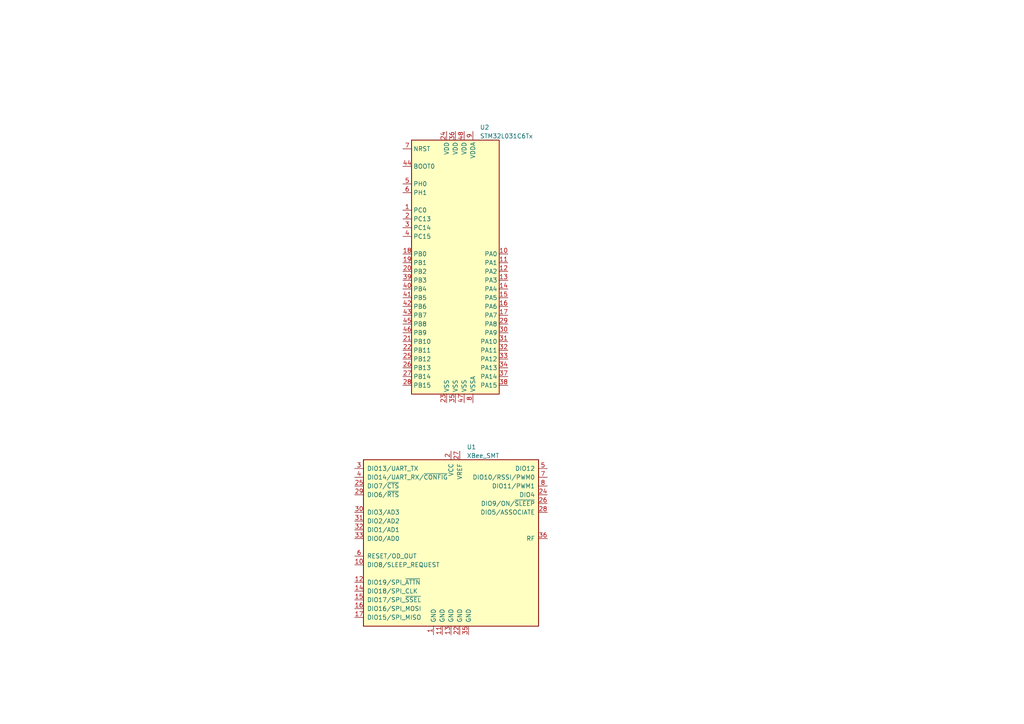
<source format=kicad_sch>
(kicad_sch (version 20211123) (generator eeschema)
  (paper "A4")
  (title_block (title "CPU") (date "2022-06-08") (rev "1.0") (company "INSA - GEI"))
  (lib_symbols
    (symbol "MCU_ST_STM32L0:STM32L031C6Tx"
      (property "Reference" "U" (at -12.7 36.83 0))
      (property "Value" "STM32L031C6Tx" (at 7.62 36.83 0))
      (symbol "STM32L031C6Tx_0_1"
        (rectangle (start -12.7 -38.1) (end 12.7 35.56) (stroke (width 0.254)) (fill (type background)))
      )
      (symbol "STM32L031C6Tx_1_1"
        (pin bidirectional line (at -15.24 15.24 0) (length 2.54) (name "PC0") (number "1"))
        (pin bidirectional line (at 15.24 2.54 180) (length 2.54) (name "PA0") (number "10"))
        (pin bidirectional line (at 15.24 0 180) (length 2.54) (name "PA1") (number "11"))
        (pin bidirectional line (at 15.24 -2.54 180) (length 2.54) (name "PA2") (number "12"))
        (pin bidirectional line (at 15.24 -5.08 180) (length 2.54) (name "PA3") (number "13"))
        (pin bidirectional line (at 15.24 -7.62 180) (length 2.54) (name "PA4") (number "14"))
        (pin bidirectional line (at 15.24 -10.16 180) (length 2.54) (name "PA5") (number "15"))
        (pin bidirectional line (at 15.24 -12.7 180) (length 2.54) (name "PA6") (number "16"))
        (pin bidirectional line (at 15.24 -15.24 180) (length 2.54) (name "PA7") (number "17"))
        (pin bidirectional line (at -15.24 2.54 0) (length 2.54) (name "PB0") (number "18"))
        (pin bidirectional line (at -15.24 0 0) (length 2.54) (name "PB1") (number "19"))
        (pin bidirectional line (at -15.24 12.7 0) (length 2.54) (name "PC13") (number "2"))
        (pin bidirectional line (at -15.24 -2.54 0) (length 2.54) (name "PB2") (number "20"))
        (pin bidirectional line (at -15.24 -22.86 0) (length 2.54) (name "PB10") (number "21"))
        (pin bidirectional line (at -15.24 -25.4 0) (length 2.54) (name "PB11") (number "22"))
        (pin power_in line (at -2.54 -40.64 90) (length 2.54) (name "VSS") (number "23"))
        (pin power_in line (at -2.54 38.1 270) (length 2.54) (name "VDD") (number "24"))
        (pin bidirectional line (at -15.24 -27.94 0) (length 2.54) (name "PB12") (number "25"))
        (pin bidirectional line (at -15.24 -30.48 0) (length 2.54) (name "PB13") (number "26"))
        (pin bidirectional line (at -15.24 -33.02 0) (length 2.54) (name "PB14") (number "27"))
        (pin bidirectional line (at -15.24 -35.56 0) (length 2.54) (name "PB15") (number "28"))
        (pin bidirectional line (at 15.24 -17.78 180) (length 2.54) (name "PA8") (number "29"))
        (pin bidirectional line (at -15.24 10.16 0) (length 2.54) (name "PC14") (number "3"))
        (pin bidirectional line (at 15.24 -20.32 180) (length 2.54) (name "PA9") (number "30"))
        (pin bidirectional line (at 15.24 -22.86 180) (length 2.54) (name "PA10") (number "31"))
        (pin bidirectional line (at 15.24 -25.4 180) (length 2.54) (name "PA11") (number "32"))
        (pin bidirectional line (at 15.24 -27.94 180) (length 2.54) (name "PA12") (number "33"))
        (pin bidirectional line (at 15.24 -30.48 180) (length 2.54) (name "PA13") (number "34"))
        (pin power_in line (at 0 -40.64 90) (length 2.54) (name "VSS") (number "35"))
        (pin power_in line (at 0 38.1 270) (length 2.54) (name "VDD") (number "36"))
        (pin bidirectional line (at 15.24 -33.02 180) (length 2.54) (name "PA14") (number "37"))
        (pin bidirectional line (at 15.24 -35.56 180) (length 2.54) (name "PA15") (number "38"))
        (pin bidirectional line (at -15.24 -5.08 0) (length 2.54) (name "PB3") (number "39"))
        (pin bidirectional line (at -15.24 7.62 0) (length 2.54) (name "PC15") (number "4"))
        (pin bidirectional line (at -15.24 -7.62 0) (length 2.54) (name "PB4") (number "40"))
        (pin bidirectional line (at -15.24 -10.16 0) (length 2.54) (name "PB5") (number "41"))
        (pin bidirectional line (at -15.24 -12.7 0) (length 2.54) (name "PB6") (number "42"))
        (pin bidirectional line (at -15.24 -15.24 0) (length 2.54) (name "PB7") (number "43"))
        (pin input line (at -15.24 27.94 0) (length 2.54) (name "BOOT0") (number "44"))
        (pin bidirectional line (at -15.24 -17.78 0) (length 2.54) (name "PB8") (number "45"))
        (pin bidirectional line (at -15.24 -20.32 0) (length 2.54) (name "PB9") (number "46"))
        (pin power_in line (at 2.54 -40.64 90) (length 2.54) (name "VSS") (number "47"))
        (pin power_in line (at 2.54 38.1 270) (length 2.54) (name "VDD") (number "48"))
        (pin input line (at -15.24 22.86 0) (length 2.54) (name "PH0") (number "5"))
        (pin input line (at -15.24 20.32 0) (length 2.54) (name "PH1") (number "6"))
        (pin input line (at -15.24 33.02 0) (length 2.54) (name "NRST") (number "7"))
        (pin power_in line (at 5.08 -40.64 90) (length 2.54) (name "VSSA") (number "8"))
        (pin power_in line (at 5.08 38.1 270) (length 2.54) (name "VDDA") (number "9"))
      )
    )
    (symbol "RF_ZigBee:XBee_SMT" (pin_names (offset 1.016))
      (property "Reference" "U" (at -24.384 26.162 0))
      (property "Value" "XBee_SMT" (at -20.828 24.384 0))
      (symbol "XBee_SMT_0_1"
        (rectangle (start -25.4 22.86) (end 25.4 -25.4) (stroke (width 0.254)) (fill (type background)))
      )
      (symbol "XBee_SMT_1_1"
        (pin power_in line (at -5.08 -27.94 90) (length 2.54) (name "GND") (number "1"))
        (pin bidirectional line (at -27.94 -7.62 0) (length 2.54) (name "DIO8/SLEEP_REQUEST") (number "10"))
        (pin power_in line (at -2.54 -27.94 90) (length 2.54) (name "GND") (number "11"))
        (pin output line (at -27.94 -12.7 0) (length 2.54) (name "DIO19/SPI_~{ATTN}") (number "12"))
        (pin power_in line (at 0 -27.94 90) (length 2.54) (name "GND") (number "13"))
        (pin input line (at -27.94 -15.24 0) (length 2.54) (name "DIO18/SPI_CLK") (number "14"))
        (pin input line (at -27.94 -17.78 0) (length 2.54) (name "DIO17/SPI_~{SSEL}") (number "15"))
        (pin input line (at -27.94 -20.32 0) (length 2.54) (name "DIO16/SPI_MOSI") (number "16"))
        (pin output line (at -27.94 -22.86 0) (length 2.54) (name "DIO15/SPI_MISO") (number "17"))
        (pin no_connect line (at 25.4 -20.32 180) (length 2.54) hide (name "NC") (number "18"))
        (pin no_connect line (at 25.4 -17.78 180) (length 2.54) hide (name "NC") (number "19"))
        (pin power_in line (at 0 25.4 270) (length 2.54) (name "VCC") (number "2"))
        (pin no_connect line (at 25.4 -15.24 180) (length 2.54) hide (name "NC") (number "20"))
        (pin no_connect line (at 25.4 -12.7 180) (length 2.54) hide (name "NC") (number "21"))
        (pin power_in line (at 2.54 -27.94 90) (length 2.54) (name "GND") (number "22"))
        (pin no_connect line (at 25.4 -10.16 180) (length 2.54) hide (name "NC") (number "23"))
        (pin bidirectional line (at 27.94 12.7 180) (length 2.54) (name "DIO4") (number "24"))
        (pin bidirectional line (at -27.94 15.24 0) (length 2.54) (name "DIO7/~{CTS}") (number "25"))
        (pin bidirectional line (at 27.94 10.16 180) (length 2.54) (name "DIO9/ON/~{SLEEP}") (number "26"))
        (pin input line (at 2.54 25.4 270) (length 2.54) (name "VREF") (number "27"))
        (pin bidirectional line (at 27.94 7.62 180) (length 2.54) (name "DIO5/ASSOCIATE") (number "28"))
        (pin bidirectional line (at -27.94 12.7 0) (length 2.54) (name "DIO6/~{RTS}") (number "29"))
        (pin bidirectional line (at -27.94 20.32 0) (length 2.54) (name "DIO13/UART_TX") (number "3"))
        (pin bidirectional line (at -27.94 7.62 0) (length 2.54) (name "DIO3/AD3") (number "30"))
        (pin bidirectional line (at -27.94 5.08 0) (length 2.54) (name "DIO2/AD2") (number "31"))
        (pin bidirectional line (at -27.94 2.54 0) (length 2.54) (name "DIO1/AD1") (number "32"))
        (pin bidirectional line (at -27.94 0 0) (length 2.54) (name "DIO0/AD0") (number "33"))
        (pin no_connect line (at 25.4 -7.62 180) (length 2.54) hide (name "NC") (number "34"))
        (pin power_in line (at 5.08 -27.94 90) (length 2.54) (name "GND") (number "35"))
        (pin bidirectional line (at 27.94 0 180) (length 2.54) (name "RF") (number "36"))
        (pin no_connect line (at 25.4 -5.08 180) (length 2.54) hide (name "NC") (number "37"))
        (pin bidirectional line (at -27.94 17.78 0) (length 2.54) (name "DIO14/UART_RX/~{CONFIG}") (number "4"))
        (pin bidirectional line (at 27.94 20.32 180) (length 2.54) (name "DIO12") (number "5"))
        (pin bidirectional line (at -27.94 -5.08 0) (length 2.54) (name "RESET/OD_OUT") (number "6"))
        (pin bidirectional line (at 27.94 17.78 180) (length 2.54) (name "DIO10/RSSI/PWM0") (number "7"))
        (pin bidirectional line (at 27.94 15.24 180) (length 2.54) (name "DIO11/PWM1") (number "8"))
        (pin no_connect line (at 25.4 -22.86 180) (length 2.54) hide (name "NC") (number "9"))
      )
    )
  )
  (symbol (lib_id "MCU_ST_STM32L0:STM32L031C6Tx") (at 132.08 76.2 0) (unit 1)
    (property "Reference" "U2" (at 139.1794 36.9402 0) (effects (justify left)))
    (property "Value" "STM32L031C6Tx" (at 139.1794 39.4771 0) (effects (justify left)))
    (property "Footprint" "Package_QFP:LQFP-48_7x7mm_P0.5mm" (effects hide))
    (property "Datasheet" "http://www.st.com/st-web-ui/static/active/en/resource/technical/document/datasheet/DM00140359.pdf" (effects hide))
  )
  (symbol (lib_id "RF_ZigBee:XBee_SMT") (at 130.81 156.21 0) (unit 1)
    (property "Reference" "U1" (at 135.3694 129.6502 0) (effects (justify left)))
    (property "Value" "XBee_SMT" (at 135.3694 132.1871 0) (effects (justify left)))
    (property "Footprint" "RF_Module:Digi_XBee_SMT" (effects hide))
    (property "Datasheet" "http://www.digi.com/resources/documentation/digidocs/pdfs/90002126.pdf" (effects hide))
  )
)
</source>
